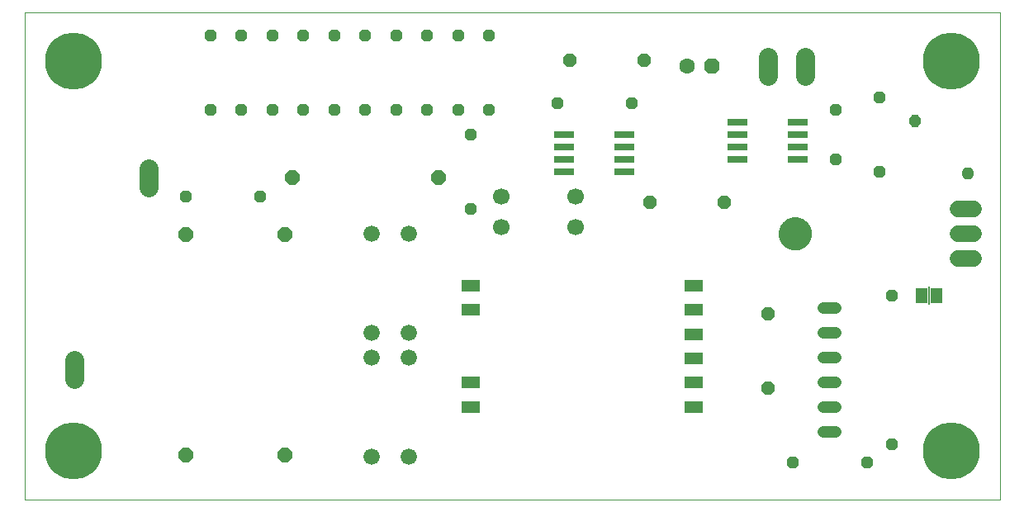
<source format=gts>
G75*
%MOIN*%
%OFA0B0*%
%FSLAX25Y25*%
%IPPOS*%
%LPD*%
%AMOC8*
5,1,8,0,0,1.08239X$1,22.5*
%
%ADD10C,0.00000*%
%ADD11OC8,0.05400*%
%ADD12OC8,0.04800*%
%ADD13OC8,0.06000*%
%ADD14C,0.06600*%
%ADD15C,0.00960*%
%ADD16R,0.04600X0.06300*%
%ADD17R,0.00600X0.07200*%
%ADD18C,0.04800*%
%ADD19C,0.07800*%
%ADD20R,0.07500X0.05000*%
%ADD21R,0.08000X0.02600*%
%ADD22OC8,0.06300*%
%ADD23C,0.06300*%
%ADD24C,0.23000*%
%ADD25C,0.06600*%
%ADD26C,0.13000*%
%ADD27C,0.06693*%
D10*
X0002000Y0002000D02*
X0002000Y0198850D01*
X0395701Y0198850D01*
X0395701Y0002000D01*
X0002000Y0002000D01*
X0306500Y0109500D02*
X0306502Y0109661D01*
X0306508Y0109821D01*
X0306518Y0109982D01*
X0306532Y0110142D01*
X0306550Y0110302D01*
X0306571Y0110461D01*
X0306597Y0110620D01*
X0306627Y0110778D01*
X0306660Y0110935D01*
X0306698Y0111092D01*
X0306739Y0111247D01*
X0306784Y0111401D01*
X0306833Y0111554D01*
X0306886Y0111706D01*
X0306942Y0111857D01*
X0307003Y0112006D01*
X0307066Y0112154D01*
X0307134Y0112300D01*
X0307205Y0112444D01*
X0307279Y0112586D01*
X0307357Y0112727D01*
X0307439Y0112865D01*
X0307524Y0113002D01*
X0307612Y0113136D01*
X0307704Y0113268D01*
X0307799Y0113398D01*
X0307897Y0113526D01*
X0307998Y0113651D01*
X0308102Y0113773D01*
X0308209Y0113893D01*
X0308319Y0114010D01*
X0308432Y0114125D01*
X0308548Y0114236D01*
X0308667Y0114345D01*
X0308788Y0114450D01*
X0308912Y0114553D01*
X0309038Y0114653D01*
X0309166Y0114749D01*
X0309297Y0114842D01*
X0309431Y0114932D01*
X0309566Y0115019D01*
X0309704Y0115102D01*
X0309843Y0115182D01*
X0309985Y0115258D01*
X0310128Y0115331D01*
X0310273Y0115400D01*
X0310420Y0115466D01*
X0310568Y0115528D01*
X0310718Y0115586D01*
X0310869Y0115641D01*
X0311022Y0115692D01*
X0311176Y0115739D01*
X0311331Y0115782D01*
X0311487Y0115821D01*
X0311643Y0115857D01*
X0311801Y0115888D01*
X0311959Y0115916D01*
X0312118Y0115940D01*
X0312278Y0115960D01*
X0312438Y0115976D01*
X0312598Y0115988D01*
X0312759Y0115996D01*
X0312920Y0116000D01*
X0313080Y0116000D01*
X0313241Y0115996D01*
X0313402Y0115988D01*
X0313562Y0115976D01*
X0313722Y0115960D01*
X0313882Y0115940D01*
X0314041Y0115916D01*
X0314199Y0115888D01*
X0314357Y0115857D01*
X0314513Y0115821D01*
X0314669Y0115782D01*
X0314824Y0115739D01*
X0314978Y0115692D01*
X0315131Y0115641D01*
X0315282Y0115586D01*
X0315432Y0115528D01*
X0315580Y0115466D01*
X0315727Y0115400D01*
X0315872Y0115331D01*
X0316015Y0115258D01*
X0316157Y0115182D01*
X0316296Y0115102D01*
X0316434Y0115019D01*
X0316569Y0114932D01*
X0316703Y0114842D01*
X0316834Y0114749D01*
X0316962Y0114653D01*
X0317088Y0114553D01*
X0317212Y0114450D01*
X0317333Y0114345D01*
X0317452Y0114236D01*
X0317568Y0114125D01*
X0317681Y0114010D01*
X0317791Y0113893D01*
X0317898Y0113773D01*
X0318002Y0113651D01*
X0318103Y0113526D01*
X0318201Y0113398D01*
X0318296Y0113268D01*
X0318388Y0113136D01*
X0318476Y0113002D01*
X0318561Y0112865D01*
X0318643Y0112727D01*
X0318721Y0112586D01*
X0318795Y0112444D01*
X0318866Y0112300D01*
X0318934Y0112154D01*
X0318997Y0112006D01*
X0319058Y0111857D01*
X0319114Y0111706D01*
X0319167Y0111554D01*
X0319216Y0111401D01*
X0319261Y0111247D01*
X0319302Y0111092D01*
X0319340Y0110935D01*
X0319373Y0110778D01*
X0319403Y0110620D01*
X0319429Y0110461D01*
X0319450Y0110302D01*
X0319468Y0110142D01*
X0319482Y0109982D01*
X0319492Y0109821D01*
X0319498Y0109661D01*
X0319500Y0109500D01*
X0319498Y0109339D01*
X0319492Y0109179D01*
X0319482Y0109018D01*
X0319468Y0108858D01*
X0319450Y0108698D01*
X0319429Y0108539D01*
X0319403Y0108380D01*
X0319373Y0108222D01*
X0319340Y0108065D01*
X0319302Y0107908D01*
X0319261Y0107753D01*
X0319216Y0107599D01*
X0319167Y0107446D01*
X0319114Y0107294D01*
X0319058Y0107143D01*
X0318997Y0106994D01*
X0318934Y0106846D01*
X0318866Y0106700D01*
X0318795Y0106556D01*
X0318721Y0106414D01*
X0318643Y0106273D01*
X0318561Y0106135D01*
X0318476Y0105998D01*
X0318388Y0105864D01*
X0318296Y0105732D01*
X0318201Y0105602D01*
X0318103Y0105474D01*
X0318002Y0105349D01*
X0317898Y0105227D01*
X0317791Y0105107D01*
X0317681Y0104990D01*
X0317568Y0104875D01*
X0317452Y0104764D01*
X0317333Y0104655D01*
X0317212Y0104550D01*
X0317088Y0104447D01*
X0316962Y0104347D01*
X0316834Y0104251D01*
X0316703Y0104158D01*
X0316569Y0104068D01*
X0316434Y0103981D01*
X0316296Y0103898D01*
X0316157Y0103818D01*
X0316015Y0103742D01*
X0315872Y0103669D01*
X0315727Y0103600D01*
X0315580Y0103534D01*
X0315432Y0103472D01*
X0315282Y0103414D01*
X0315131Y0103359D01*
X0314978Y0103308D01*
X0314824Y0103261D01*
X0314669Y0103218D01*
X0314513Y0103179D01*
X0314357Y0103143D01*
X0314199Y0103112D01*
X0314041Y0103084D01*
X0313882Y0103060D01*
X0313722Y0103040D01*
X0313562Y0103024D01*
X0313402Y0103012D01*
X0313241Y0103004D01*
X0313080Y0103000D01*
X0312920Y0103000D01*
X0312759Y0103004D01*
X0312598Y0103012D01*
X0312438Y0103024D01*
X0312278Y0103040D01*
X0312118Y0103060D01*
X0311959Y0103084D01*
X0311801Y0103112D01*
X0311643Y0103143D01*
X0311487Y0103179D01*
X0311331Y0103218D01*
X0311176Y0103261D01*
X0311022Y0103308D01*
X0310869Y0103359D01*
X0310718Y0103414D01*
X0310568Y0103472D01*
X0310420Y0103534D01*
X0310273Y0103600D01*
X0310128Y0103669D01*
X0309985Y0103742D01*
X0309843Y0103818D01*
X0309704Y0103898D01*
X0309566Y0103981D01*
X0309431Y0104068D01*
X0309297Y0104158D01*
X0309166Y0104251D01*
X0309038Y0104347D01*
X0308912Y0104447D01*
X0308788Y0104550D01*
X0308667Y0104655D01*
X0308548Y0104764D01*
X0308432Y0104875D01*
X0308319Y0104990D01*
X0308209Y0105107D01*
X0308102Y0105227D01*
X0307998Y0105349D01*
X0307897Y0105474D01*
X0307799Y0105602D01*
X0307704Y0105732D01*
X0307612Y0105864D01*
X0307524Y0105998D01*
X0307439Y0106135D01*
X0307357Y0106273D01*
X0307279Y0106414D01*
X0307205Y0106556D01*
X0307134Y0106700D01*
X0307066Y0106846D01*
X0307003Y0106994D01*
X0306942Y0107143D01*
X0306886Y0107294D01*
X0306833Y0107446D01*
X0306784Y0107599D01*
X0306739Y0107753D01*
X0306698Y0107908D01*
X0306660Y0108065D01*
X0306627Y0108222D01*
X0306597Y0108380D01*
X0306571Y0108539D01*
X0306550Y0108698D01*
X0306532Y0108858D01*
X0306518Y0109018D01*
X0306508Y0109179D01*
X0306502Y0109339D01*
X0306500Y0109500D01*
D11*
X0284500Y0122000D03*
X0254500Y0122000D03*
X0302000Y0077000D03*
X0302000Y0047000D03*
X0252000Y0179500D03*
X0222000Y0179500D03*
D12*
X0189500Y0189500D03*
X0177000Y0189500D03*
X0164500Y0189500D03*
X0152000Y0189500D03*
X0139500Y0189500D03*
X0127000Y0189500D03*
X0114500Y0189500D03*
X0102000Y0189500D03*
X0089500Y0189500D03*
X0077000Y0189500D03*
X0077000Y0159500D03*
X0089500Y0159500D03*
X0102000Y0159500D03*
X0114500Y0159500D03*
X0127000Y0159500D03*
X0139500Y0159500D03*
X0152000Y0159500D03*
X0164500Y0159500D03*
X0177000Y0159500D03*
X0189500Y0159500D03*
X0182000Y0149500D03*
X0217000Y0162000D03*
X0247000Y0162000D03*
X0182000Y0119500D03*
X0097000Y0124500D03*
X0067000Y0124500D03*
X0312000Y0017000D03*
X0342000Y0017000D03*
X0352000Y0024500D03*
X0352000Y0084500D03*
X0347000Y0134500D03*
X0329500Y0139500D03*
X0329500Y0159500D03*
X0347000Y0164500D03*
D13*
X0169000Y0132000D03*
X0110000Y0132000D03*
X0107000Y0109000D03*
X0067000Y0109000D03*
X0067000Y0020000D03*
X0107000Y0020000D03*
D14*
X0142000Y0019500D03*
X0157000Y0019500D03*
X0157000Y0059500D03*
X0142000Y0059500D03*
X0142000Y0069500D03*
X0157000Y0069500D03*
X0157000Y0109500D03*
X0142000Y0109500D03*
D15*
X0361078Y0156546D02*
X0360598Y0157026D01*
X0362188Y0157026D01*
X0363312Y0155902D01*
X0363312Y0154312D01*
X0362188Y0153188D01*
X0360598Y0153188D01*
X0359474Y0154312D01*
X0359474Y0155902D01*
X0360598Y0157026D01*
X0360896Y0156306D01*
X0361890Y0156306D01*
X0362592Y0155604D01*
X0362592Y0154610D01*
X0361890Y0153908D01*
X0360896Y0153908D01*
X0360194Y0154610D01*
X0360194Y0155604D01*
X0360896Y0156306D01*
X0361194Y0155586D01*
X0361592Y0155586D01*
X0361872Y0155306D01*
X0361872Y0154908D01*
X0361592Y0154628D01*
X0361194Y0154628D01*
X0360914Y0154908D01*
X0360914Y0155306D01*
X0361194Y0155586D01*
X0382292Y0135332D02*
X0381812Y0135812D01*
X0383402Y0135812D01*
X0384526Y0134688D01*
X0384526Y0133098D01*
X0383402Y0131974D01*
X0381812Y0131974D01*
X0380688Y0133098D01*
X0380688Y0134688D01*
X0381812Y0135812D01*
X0382110Y0135092D01*
X0383104Y0135092D01*
X0383806Y0134390D01*
X0383806Y0133396D01*
X0383104Y0132694D01*
X0382110Y0132694D01*
X0381408Y0133396D01*
X0381408Y0134390D01*
X0382110Y0135092D01*
X0382408Y0134372D01*
X0382806Y0134372D01*
X0383086Y0134092D01*
X0383086Y0133694D01*
X0382806Y0133414D01*
X0382408Y0133414D01*
X0382128Y0133694D01*
X0382128Y0134092D01*
X0382408Y0134372D01*
D16*
X0370000Y0084500D03*
X0364000Y0084500D03*
D17*
X0367000Y0084500D03*
D18*
X0329400Y0079500D02*
X0324600Y0079500D01*
X0324600Y0069500D02*
X0329400Y0069500D01*
X0329400Y0059500D02*
X0324600Y0059500D01*
X0324600Y0049500D02*
X0329400Y0049500D01*
X0329400Y0039500D02*
X0324600Y0039500D01*
X0324600Y0029500D02*
X0329400Y0029500D01*
D19*
X0052000Y0128100D02*
X0052000Y0135900D01*
X0022000Y0058400D02*
X0022000Y0050600D01*
X0302000Y0173100D02*
X0302000Y0180900D01*
X0317000Y0180900D02*
X0317000Y0173100D01*
D20*
X0272000Y0088500D03*
X0272000Y0078700D03*
X0272000Y0068900D03*
X0272000Y0059100D03*
X0272000Y0049300D03*
X0272000Y0039500D03*
X0182000Y0039500D03*
X0182000Y0049300D03*
X0182000Y0078700D03*
X0182000Y0088500D03*
D21*
X0219900Y0134500D03*
X0219900Y0139500D03*
X0219900Y0144500D03*
X0219900Y0149500D03*
X0244100Y0149500D03*
X0244100Y0144500D03*
X0244100Y0139500D03*
X0244100Y0134500D03*
X0289900Y0139500D03*
X0289900Y0144500D03*
X0289900Y0149500D03*
X0289900Y0154500D03*
X0314100Y0154500D03*
X0314100Y0149500D03*
X0314100Y0144500D03*
X0314100Y0139500D03*
D22*
X0279500Y0177000D03*
D23*
X0269500Y0177000D03*
D24*
X0376016Y0179165D03*
X0376016Y0021685D03*
X0021685Y0021685D03*
X0021685Y0179165D03*
D25*
X0378700Y0119500D02*
X0385300Y0119500D01*
X0385300Y0109500D02*
X0378700Y0109500D01*
X0378700Y0099500D02*
X0385300Y0099500D01*
D26*
X0313000Y0109500D03*
D27*
X0224500Y0112000D03*
X0224500Y0124500D03*
X0194500Y0124500D03*
X0194500Y0112000D03*
M02*

</source>
